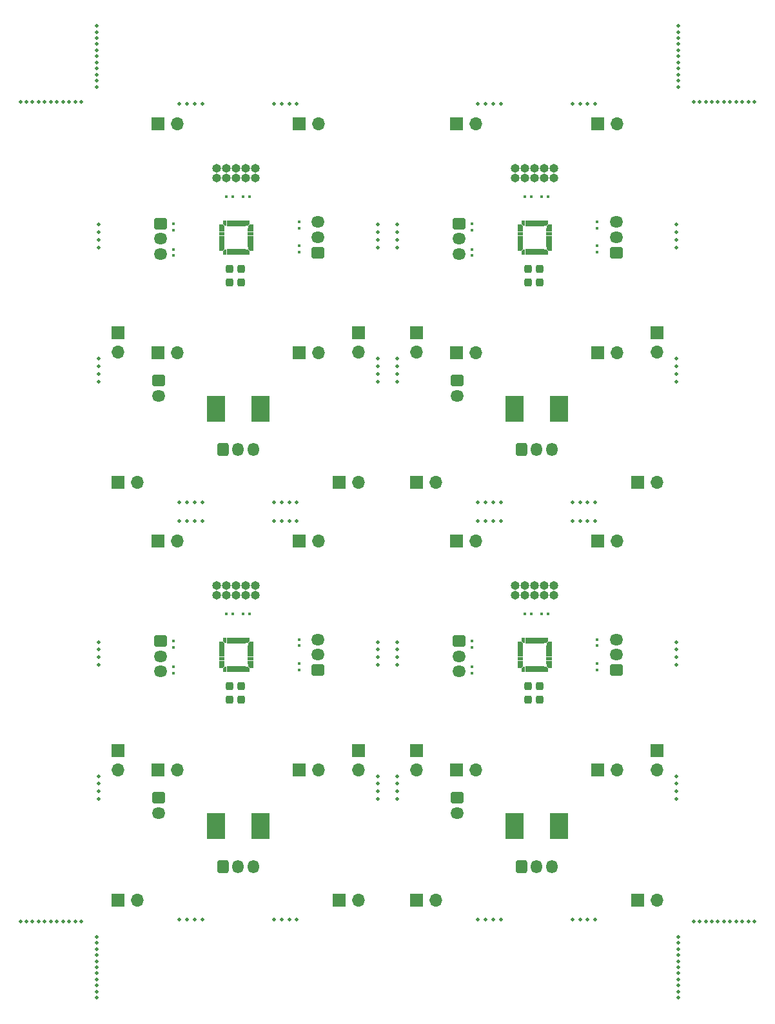
<source format=gbr>
%TF.GenerationSoftware,KiCad,Pcbnew,9.0.1*%
%TF.CreationDate,2025-05-14T16:36:13-05:00*%
%TF.ProjectId,Bottom_layer_Panel,426f7474-6f6d-45f6-9c61-7965725f5061,rev?*%
%TF.SameCoordinates,PX5fa74e0PY8cc3280*%
%TF.FileFunction,Soldermask,Bot*%
%TF.FilePolarity,Negative*%
%FSLAX46Y46*%
G04 Gerber Fmt 4.6, Leading zero omitted, Abs format (unit mm)*
G04 Created by KiCad (PCBNEW 9.0.1) date 2025-05-14 16:36:13*
%MOMM*%
%LPD*%
G01*
G04 APERTURE LIST*
G04 Aperture macros list*
%AMRoundRect*
0 Rectangle with rounded corners*
0 $1 Rounding radius*
0 $2 $3 $4 $5 $6 $7 $8 $9 X,Y pos of 4 corners*
0 Add a 4 corners polygon primitive as box body*
4,1,4,$2,$3,$4,$5,$6,$7,$8,$9,$2,$3,0*
0 Add four circle primitives for the rounded corners*
1,1,$1+$1,$2,$3*
1,1,$1+$1,$4,$5*
1,1,$1+$1,$6,$7*
1,1,$1+$1,$8,$9*
0 Add four rect primitives between the rounded corners*
20,1,$1+$1,$2,$3,$4,$5,0*
20,1,$1+$1,$4,$5,$6,$7,0*
20,1,$1+$1,$6,$7,$8,$9,0*
20,1,$1+$1,$8,$9,$2,$3,0*%
G04 Aperture macros list end*
%ADD10C,0.010000*%
%ADD11C,0.500000*%
%ADD12RoundRect,0.312500X-0.562500X0.437500X-0.562500X-0.437500X0.562500X-0.437500X0.562500X0.437500X0*%
%ADD13O,1.750000X1.500000*%
%ADD14R,1.700000X1.700000*%
%ADD15O,1.700000X1.700000*%
%ADD16RoundRect,0.312500X0.562500X-0.437500X0.562500X0.437500X-0.562500X0.437500X-0.562500X-0.437500X0*%
%ADD17RoundRect,0.312500X-0.437500X-0.562500X0.437500X-0.562500X0.437500X0.562500X-0.437500X0.562500X0*%
%ADD18O,1.500000X1.750000*%
%ADD19R,0.400000X0.400000*%
%ADD20O,1.150000X1.150000*%
%ADD21R,2.413000X3.429000*%
%ADD22RoundRect,0.237500X-0.237500X0.300000X-0.237500X-0.300000X0.237500X-0.300000X0.237500X0.300000X0*%
G04 APERTURE END LIST*
D10*
%TO.C,U5*%
X26738135Y45348425D02*
X26088425Y45348425D01*
X26088425Y45751865D01*
X26738135Y45751865D01*
X26738135Y45348425D01*
G36*
X26738135Y45348425D02*
G01*
X26088425Y45348425D01*
X26088425Y45751865D01*
X26738135Y45751865D01*
X26738135Y45348425D01*
G37*
X26739416Y44348643D02*
X26088643Y44348643D01*
X26088643Y44750583D01*
X26739416Y44750583D01*
X26739416Y44348643D01*
G36*
X26739416Y44348643D02*
G01*
X26088643Y44348643D01*
X26088643Y44750583D01*
X26739416Y44750583D01*
X26739416Y44348643D01*
G37*
X26737786Y45848874D02*
X26088873Y45848874D01*
X26088873Y46252214D01*
X26737786Y46252214D01*
X26737786Y45848874D01*
G36*
X26737786Y45848874D02*
G01*
X26088873Y45848874D01*
X26088873Y46252214D01*
X26737786Y46252214D01*
X26737786Y45848874D01*
G37*
X26739770Y43848950D02*
X26088950Y43848950D01*
X26088950Y44250230D01*
X26739770Y44250230D01*
X26739770Y43848950D01*
G36*
X26739770Y43848950D02*
G01*
X26088950Y43848950D01*
X26088950Y44250230D01*
X26739770Y44250230D01*
X26739770Y43848950D01*
G37*
X26739620Y44849479D02*
X26089479Y44849479D01*
X26089479Y45250380D01*
X26739620Y45250380D01*
X26739620Y44849479D01*
G36*
X26739620Y44849479D02*
G01*
X26089479Y44849479D01*
X26089479Y45250380D01*
X26739620Y45250380D01*
X26739620Y44849479D01*
G37*
X26489165Y46349785D02*
X26089785Y46349785D01*
X26089785Y46750835D01*
X26489165Y46750835D01*
X26489165Y46349785D01*
G36*
X26489165Y46349785D02*
G01*
X26089785Y46349785D01*
X26089785Y46750835D01*
X26489165Y46750835D01*
X26489165Y46349785D01*
G37*
X26489930Y43349450D02*
X26089450Y43349450D01*
X26089450Y43750070D01*
X26489930Y43750070D01*
X26489930Y43349450D01*
G36*
X26489930Y43349450D02*
G01*
X26089450Y43349450D01*
X26089450Y43750070D01*
X26489930Y43750070D01*
X26489930Y43349450D01*
G37*
X26990000Y46852050D02*
X26588060Y46852050D01*
X26588060Y47250000D01*
X26990000Y47250000D01*
X26990000Y46852050D01*
G36*
X26990000Y46852050D02*
G01*
X26588060Y46852050D01*
X26588060Y47250000D01*
X26990000Y47250000D01*
X26990000Y46852050D01*
G37*
X26990000Y42846080D02*
X26586970Y42846080D01*
X26586970Y43250000D01*
X26990000Y43250000D01*
X26990000Y42846080D01*
G36*
X26990000Y42846080D02*
G01*
X26586970Y42846080D01*
X26586970Y43250000D01*
X26990000Y43250000D01*
X26990000Y42846080D01*
G37*
X27490000Y46600110D02*
X27089920Y46600110D01*
X27089920Y47250000D01*
X27490000Y47250000D01*
X27490000Y46600110D01*
G36*
X27490000Y46600110D02*
G01*
X27089920Y46600110D01*
X27089920Y47250000D01*
X27490000Y47250000D01*
X27490000Y46600110D01*
G37*
X27490000Y42847600D02*
X27088690Y42847600D01*
X27088690Y43500000D01*
X27490000Y43500000D01*
X27490000Y42847600D01*
G36*
X27490000Y42847600D02*
G01*
X27088690Y42847600D01*
X27088690Y43500000D01*
X27490000Y43500000D01*
X27490000Y42847600D01*
G37*
X27990000Y46601040D02*
X27589531Y46601040D01*
X27589531Y47250000D01*
X27990000Y47250000D01*
X27990000Y46601040D01*
G36*
X27990000Y46601040D02*
G01*
X27589531Y46601040D01*
X27589531Y47250000D01*
X27990000Y47250000D01*
X27990000Y46601040D01*
G37*
X27990000Y42849880D02*
X27589962Y42849880D01*
X27589962Y43500000D01*
X27990000Y43500000D01*
X27990000Y42849880D01*
G36*
X27990000Y42849880D02*
G01*
X27589962Y42849880D01*
X27589962Y43500000D01*
X27990000Y43500000D01*
X27990000Y42849880D01*
G37*
X28490000Y46602720D02*
X28089649Y46602720D01*
X28089649Y47250000D01*
X28490000Y47250000D01*
X28490000Y46602720D01*
G36*
X28490000Y46602720D02*
G01*
X28089649Y46602720D01*
X28089649Y47250000D01*
X28490000Y47250000D01*
X28490000Y46602720D01*
G37*
X28490000Y42849050D02*
X28089914Y42849050D01*
X28089914Y43500000D01*
X28490000Y43500000D01*
X28490000Y42849050D01*
G36*
X28490000Y42849050D02*
G01*
X28089914Y42849050D01*
X28089914Y43500000D01*
X28490000Y43500000D01*
X28490000Y42849050D01*
G37*
X28990000Y46600440D02*
X28590085Y46600440D01*
X28590085Y47250000D01*
X28990000Y47250000D01*
X28990000Y46600440D01*
G36*
X28990000Y46600440D02*
G01*
X28590085Y46600440D01*
X28590085Y47250000D01*
X28990000Y47250000D01*
X28990000Y46600440D01*
G37*
X28990000Y42848060D02*
X28590265Y42848060D01*
X28590265Y43500000D01*
X28990000Y43500000D01*
X28990000Y42848060D01*
G36*
X28990000Y42848060D02*
G01*
X28590265Y42848060D01*
X28590265Y43500000D01*
X28990000Y43500000D01*
X28990000Y42848060D01*
G37*
X29490000Y46600010D02*
X29090003Y46600010D01*
X29090003Y47250000D01*
X29490000Y47250000D01*
X29490000Y46600010D01*
G36*
X29490000Y46600010D02*
G01*
X29090003Y46600010D01*
X29090003Y47250000D01*
X29490000Y47250000D01*
X29490000Y46600010D01*
G37*
X29490000Y42848870D02*
X29090412Y42848870D01*
X29090412Y43500000D01*
X29490000Y43500000D01*
X29490000Y42848870D01*
G36*
X29490000Y42848870D02*
G01*
X29090412Y42848870D01*
X29090412Y43500000D01*
X29490000Y43500000D01*
X29490000Y42848870D01*
G37*
X29990000Y46852500D02*
X29591810Y46852500D01*
X29591810Y47250000D01*
X29990000Y47250000D01*
X29990000Y46852500D01*
G36*
X29990000Y46852500D02*
G01*
X29591810Y46852500D01*
X29591810Y47250000D01*
X29990000Y47250000D01*
X29990000Y46852500D01*
G37*
X30492355Y43850275D02*
X29840275Y43850275D01*
X29840275Y44247645D01*
X30492355Y44247645D01*
X30492355Y43850275D01*
G36*
X30492355Y43850275D02*
G01*
X29840275Y43850275D01*
X29840275Y44247645D01*
X30492355Y44247645D01*
X30492355Y43850275D01*
G37*
X30491069Y44850721D02*
X29840721Y44850721D01*
X29840721Y45248931D01*
X30491069Y45248931D01*
X30491069Y44850721D01*
G36*
X30491069Y44850721D02*
G01*
X29840721Y44850721D01*
X29840721Y45248931D01*
X30491069Y45248931D01*
X30491069Y44850721D01*
G37*
X30492194Y44350746D02*
X29840747Y44350746D01*
X29840747Y44747806D01*
X30492194Y44747806D01*
X30492194Y44350746D01*
G36*
X30492194Y44350746D02*
G01*
X29840747Y44350746D01*
X29840747Y44747806D01*
X30492194Y44747806D01*
X30492194Y44350746D01*
G37*
X30490431Y45851009D02*
X29841009Y45851009D01*
X29841009Y46249569D01*
X30490431Y46249569D01*
X30490431Y45851009D01*
G36*
X30490431Y45851009D02*
G01*
X29841009Y45851009D01*
X29841009Y46249569D01*
X30490431Y46249569D01*
X30490431Y45851009D01*
G37*
X30491061Y45351309D02*
X29841309Y45351309D01*
X29841309Y45748939D01*
X30491061Y45748939D01*
X30491061Y45351309D01*
G36*
X30491061Y45351309D02*
G01*
X29841309Y45351309D01*
X29841309Y45748939D01*
X30491061Y45748939D01*
X30491061Y45351309D01*
G37*
X29990000Y42849060D02*
X29590560Y42849060D01*
X29590560Y43250000D01*
X29990000Y43250000D01*
X29990000Y42849060D01*
G36*
X29990000Y42849060D02*
G01*
X29590560Y42849060D01*
X29590560Y43250000D01*
X29990000Y43250000D01*
X29990000Y42849060D01*
G37*
X30490195Y43350005D02*
X30090005Y43350005D01*
X30090005Y43749805D01*
X30490195Y43749805D01*
X30490195Y43350005D01*
G36*
X30490195Y43350005D02*
G01*
X30090005Y43350005D01*
X30090005Y43749805D01*
X30490195Y43749805D01*
X30490195Y43350005D01*
G37*
X30490105Y46350645D02*
X30090645Y46350645D01*
X30090645Y46749895D01*
X30490105Y46749895D01*
X30490105Y46350645D01*
G36*
X30490105Y46350645D02*
G01*
X30090645Y46350645D01*
X30090645Y46749895D01*
X30490105Y46749895D01*
X30490105Y46350645D01*
G37*
X26690000Y43525000D02*
X26515000Y43350000D01*
X26490000Y43350000D01*
X26490000Y43750000D01*
X26690000Y43750000D01*
X26690000Y43525000D01*
G36*
X26690000Y43525000D02*
G01*
X26515000Y43350000D01*
X26490000Y43350000D01*
X26490000Y43750000D01*
X26690000Y43750000D01*
X26690000Y43525000D01*
G37*
X26690000Y46575000D02*
X26690000Y46350000D01*
X26490000Y46350000D01*
X26490000Y46750000D01*
X26515000Y46750000D01*
X26690000Y46575000D01*
G36*
X26690000Y46575000D02*
G01*
X26690000Y46350000D01*
X26490000Y46350000D01*
X26490000Y46750000D01*
X26515000Y46750000D01*
X26690000Y46575000D01*
G37*
X26990000Y46650000D02*
X26765000Y46650000D01*
X26590000Y46825000D01*
X26590000Y46850000D01*
X26990000Y46850000D01*
X26990000Y46650000D01*
G36*
X26990000Y46650000D02*
G01*
X26765000Y46650000D01*
X26590000Y46825000D01*
X26590000Y46850000D01*
X26990000Y46850000D01*
X26990000Y46650000D01*
G37*
X26990000Y43250000D02*
X26590000Y43250000D01*
X26590000Y43275000D01*
X26765000Y43450000D01*
X26990000Y43450000D01*
X26990000Y43250000D01*
G36*
X26990000Y43250000D02*
G01*
X26590000Y43250000D01*
X26590000Y43275000D01*
X26765000Y43450000D01*
X26990000Y43450000D01*
X26990000Y43250000D01*
G37*
X29990000Y46825000D02*
X29815000Y46650000D01*
X29590000Y46650000D01*
X29590000Y46850000D01*
X29990000Y46850000D01*
X29990000Y46825000D01*
G36*
X29990000Y46825000D02*
G01*
X29815000Y46650000D01*
X29590000Y46650000D01*
X29590000Y46850000D01*
X29990000Y46850000D01*
X29990000Y46825000D01*
G37*
X29990000Y43275000D02*
X29990000Y43250000D01*
X29590000Y43250000D01*
X29590000Y43450000D01*
X29815000Y43450000D01*
X29990000Y43275000D01*
G36*
X29990000Y43275000D02*
G01*
X29990000Y43250000D01*
X29590000Y43250000D01*
X29590000Y43450000D01*
X29815000Y43450000D01*
X29990000Y43275000D01*
G37*
X30090000Y43350000D02*
X30065000Y43350000D01*
X29890000Y43525000D01*
X29890000Y43750000D01*
X30090000Y43750000D01*
X30090000Y43350000D01*
G36*
X30090000Y43350000D02*
G01*
X30065000Y43350000D01*
X29890000Y43525000D01*
X29890000Y43750000D01*
X30090000Y43750000D01*
X30090000Y43350000D01*
G37*
X30090000Y46350000D02*
X29890000Y46350000D01*
X29890000Y46575000D01*
X30065000Y46750000D01*
X30090000Y46750000D01*
X30090000Y46350000D01*
G36*
X30090000Y46350000D02*
G01*
X29890000Y46350000D01*
X29890000Y46575000D01*
X30065000Y46750000D01*
X30090000Y46750000D01*
X30090000Y46350000D01*
G37*
X26738135Y100148425D02*
X26088425Y100148425D01*
X26088425Y100551865D01*
X26738135Y100551865D01*
X26738135Y100148425D01*
G36*
X26738135Y100148425D02*
G01*
X26088425Y100148425D01*
X26088425Y100551865D01*
X26738135Y100551865D01*
X26738135Y100148425D01*
G37*
X26739416Y99148643D02*
X26088643Y99148643D01*
X26088643Y99550583D01*
X26739416Y99550583D01*
X26739416Y99148643D01*
G36*
X26739416Y99148643D02*
G01*
X26088643Y99148643D01*
X26088643Y99550583D01*
X26739416Y99550583D01*
X26739416Y99148643D01*
G37*
X26737786Y100648874D02*
X26088873Y100648874D01*
X26088873Y101052214D01*
X26737786Y101052214D01*
X26737786Y100648874D01*
G36*
X26737786Y100648874D02*
G01*
X26088873Y100648874D01*
X26088873Y101052214D01*
X26737786Y101052214D01*
X26737786Y100648874D01*
G37*
X26739770Y98648950D02*
X26088950Y98648950D01*
X26088950Y99050230D01*
X26739770Y99050230D01*
X26739770Y98648950D01*
G36*
X26739770Y98648950D02*
G01*
X26088950Y98648950D01*
X26088950Y99050230D01*
X26739770Y99050230D01*
X26739770Y98648950D01*
G37*
X26739620Y99649479D02*
X26089479Y99649479D01*
X26089479Y100050380D01*
X26739620Y100050380D01*
X26739620Y99649479D01*
G36*
X26739620Y99649479D02*
G01*
X26089479Y99649479D01*
X26089479Y100050380D01*
X26739620Y100050380D01*
X26739620Y99649479D01*
G37*
X26489165Y101149785D02*
X26089785Y101149785D01*
X26089785Y101550835D01*
X26489165Y101550835D01*
X26489165Y101149785D01*
G36*
X26489165Y101149785D02*
G01*
X26089785Y101149785D01*
X26089785Y101550835D01*
X26489165Y101550835D01*
X26489165Y101149785D01*
G37*
X26489930Y98149450D02*
X26089450Y98149450D01*
X26089450Y98550070D01*
X26489930Y98550070D01*
X26489930Y98149450D01*
G36*
X26489930Y98149450D02*
G01*
X26089450Y98149450D01*
X26089450Y98550070D01*
X26489930Y98550070D01*
X26489930Y98149450D01*
G37*
X26990000Y101652050D02*
X26588060Y101652050D01*
X26588060Y102050000D01*
X26990000Y102050000D01*
X26990000Y101652050D01*
G36*
X26990000Y101652050D02*
G01*
X26588060Y101652050D01*
X26588060Y102050000D01*
X26990000Y102050000D01*
X26990000Y101652050D01*
G37*
X26990000Y97646080D02*
X26586970Y97646080D01*
X26586970Y98050000D01*
X26990000Y98050000D01*
X26990000Y97646080D01*
G36*
X26990000Y97646080D02*
G01*
X26586970Y97646080D01*
X26586970Y98050000D01*
X26990000Y98050000D01*
X26990000Y97646080D01*
G37*
X27490000Y101400110D02*
X27089920Y101400110D01*
X27089920Y102050000D01*
X27490000Y102050000D01*
X27490000Y101400110D01*
G36*
X27490000Y101400110D02*
G01*
X27089920Y101400110D01*
X27089920Y102050000D01*
X27490000Y102050000D01*
X27490000Y101400110D01*
G37*
X27490000Y97647600D02*
X27088690Y97647600D01*
X27088690Y98300000D01*
X27490000Y98300000D01*
X27490000Y97647600D01*
G36*
X27490000Y97647600D02*
G01*
X27088690Y97647600D01*
X27088690Y98300000D01*
X27490000Y98300000D01*
X27490000Y97647600D01*
G37*
X27990000Y101401040D02*
X27589531Y101401040D01*
X27589531Y102050000D01*
X27990000Y102050000D01*
X27990000Y101401040D01*
G36*
X27990000Y101401040D02*
G01*
X27589531Y101401040D01*
X27589531Y102050000D01*
X27990000Y102050000D01*
X27990000Y101401040D01*
G37*
X27990000Y97649880D02*
X27589962Y97649880D01*
X27589962Y98300000D01*
X27990000Y98300000D01*
X27990000Y97649880D01*
G36*
X27990000Y97649880D02*
G01*
X27589962Y97649880D01*
X27589962Y98300000D01*
X27990000Y98300000D01*
X27990000Y97649880D01*
G37*
X28490000Y101402720D02*
X28089649Y101402720D01*
X28089649Y102050000D01*
X28490000Y102050000D01*
X28490000Y101402720D01*
G36*
X28490000Y101402720D02*
G01*
X28089649Y101402720D01*
X28089649Y102050000D01*
X28490000Y102050000D01*
X28490000Y101402720D01*
G37*
X28490000Y97649050D02*
X28089914Y97649050D01*
X28089914Y98300000D01*
X28490000Y98300000D01*
X28490000Y97649050D01*
G36*
X28490000Y97649050D02*
G01*
X28089914Y97649050D01*
X28089914Y98300000D01*
X28490000Y98300000D01*
X28490000Y97649050D01*
G37*
X28990000Y101400440D02*
X28590085Y101400440D01*
X28590085Y102050000D01*
X28990000Y102050000D01*
X28990000Y101400440D01*
G36*
X28990000Y101400440D02*
G01*
X28590085Y101400440D01*
X28590085Y102050000D01*
X28990000Y102050000D01*
X28990000Y101400440D01*
G37*
X28990000Y97648060D02*
X28590265Y97648060D01*
X28590265Y98300000D01*
X28990000Y98300000D01*
X28990000Y97648060D01*
G36*
X28990000Y97648060D02*
G01*
X28590265Y97648060D01*
X28590265Y98300000D01*
X28990000Y98300000D01*
X28990000Y97648060D01*
G37*
X29490000Y101400010D02*
X29090003Y101400010D01*
X29090003Y102050000D01*
X29490000Y102050000D01*
X29490000Y101400010D01*
G36*
X29490000Y101400010D02*
G01*
X29090003Y101400010D01*
X29090003Y102050000D01*
X29490000Y102050000D01*
X29490000Y101400010D01*
G37*
X29490000Y97648870D02*
X29090412Y97648870D01*
X29090412Y98300000D01*
X29490000Y98300000D01*
X29490000Y97648870D01*
G36*
X29490000Y97648870D02*
G01*
X29090412Y97648870D01*
X29090412Y98300000D01*
X29490000Y98300000D01*
X29490000Y97648870D01*
G37*
X29990000Y101652500D02*
X29591810Y101652500D01*
X29591810Y102050000D01*
X29990000Y102050000D01*
X29990000Y101652500D01*
G36*
X29990000Y101652500D02*
G01*
X29591810Y101652500D01*
X29591810Y102050000D01*
X29990000Y102050000D01*
X29990000Y101652500D01*
G37*
X30492355Y98650275D02*
X29840275Y98650275D01*
X29840275Y99047645D01*
X30492355Y99047645D01*
X30492355Y98650275D01*
G36*
X30492355Y98650275D02*
G01*
X29840275Y98650275D01*
X29840275Y99047645D01*
X30492355Y99047645D01*
X30492355Y98650275D01*
G37*
X30491069Y99650721D02*
X29840721Y99650721D01*
X29840721Y100048931D01*
X30491069Y100048931D01*
X30491069Y99650721D01*
G36*
X30491069Y99650721D02*
G01*
X29840721Y99650721D01*
X29840721Y100048931D01*
X30491069Y100048931D01*
X30491069Y99650721D01*
G37*
X30492194Y99150746D02*
X29840747Y99150746D01*
X29840747Y99547806D01*
X30492194Y99547806D01*
X30492194Y99150746D01*
G36*
X30492194Y99150746D02*
G01*
X29840747Y99150746D01*
X29840747Y99547806D01*
X30492194Y99547806D01*
X30492194Y99150746D01*
G37*
X30490431Y100651009D02*
X29841009Y100651009D01*
X29841009Y101049569D01*
X30490431Y101049569D01*
X30490431Y100651009D01*
G36*
X30490431Y100651009D02*
G01*
X29841009Y100651009D01*
X29841009Y101049569D01*
X30490431Y101049569D01*
X30490431Y100651009D01*
G37*
X30491061Y100151309D02*
X29841309Y100151309D01*
X29841309Y100548939D01*
X30491061Y100548939D01*
X30491061Y100151309D01*
G36*
X30491061Y100151309D02*
G01*
X29841309Y100151309D01*
X29841309Y100548939D01*
X30491061Y100548939D01*
X30491061Y100151309D01*
G37*
X29990000Y97649060D02*
X29590560Y97649060D01*
X29590560Y98050000D01*
X29990000Y98050000D01*
X29990000Y97649060D01*
G36*
X29990000Y97649060D02*
G01*
X29590560Y97649060D01*
X29590560Y98050000D01*
X29990000Y98050000D01*
X29990000Y97649060D01*
G37*
X30490195Y98150005D02*
X30090005Y98150005D01*
X30090005Y98549805D01*
X30490195Y98549805D01*
X30490195Y98150005D01*
G36*
X30490195Y98150005D02*
G01*
X30090005Y98150005D01*
X30090005Y98549805D01*
X30490195Y98549805D01*
X30490195Y98150005D01*
G37*
X30490105Y101150645D02*
X30090645Y101150645D01*
X30090645Y101549895D01*
X30490105Y101549895D01*
X30490105Y101150645D01*
G36*
X30490105Y101150645D02*
G01*
X30090645Y101150645D01*
X30090645Y101549895D01*
X30490105Y101549895D01*
X30490105Y101150645D01*
G37*
X26690000Y98325000D02*
X26515000Y98150000D01*
X26490000Y98150000D01*
X26490000Y98550000D01*
X26690000Y98550000D01*
X26690000Y98325000D01*
G36*
X26690000Y98325000D02*
G01*
X26515000Y98150000D01*
X26490000Y98150000D01*
X26490000Y98550000D01*
X26690000Y98550000D01*
X26690000Y98325000D01*
G37*
X26690000Y101375000D02*
X26690000Y101150000D01*
X26490000Y101150000D01*
X26490000Y101550000D01*
X26515000Y101550000D01*
X26690000Y101375000D01*
G36*
X26690000Y101375000D02*
G01*
X26690000Y101150000D01*
X26490000Y101150000D01*
X26490000Y101550000D01*
X26515000Y101550000D01*
X26690000Y101375000D01*
G37*
X26990000Y101450000D02*
X26765000Y101450000D01*
X26590000Y101625000D01*
X26590000Y101650000D01*
X26990000Y101650000D01*
X26990000Y101450000D01*
G36*
X26990000Y101450000D02*
G01*
X26765000Y101450000D01*
X26590000Y101625000D01*
X26590000Y101650000D01*
X26990000Y101650000D01*
X26990000Y101450000D01*
G37*
X26990000Y98050000D02*
X26590000Y98050000D01*
X26590000Y98075000D01*
X26765000Y98250000D01*
X26990000Y98250000D01*
X26990000Y98050000D01*
G36*
X26990000Y98050000D02*
G01*
X26590000Y98050000D01*
X26590000Y98075000D01*
X26765000Y98250000D01*
X26990000Y98250000D01*
X26990000Y98050000D01*
G37*
X29990000Y101625000D02*
X29815000Y101450000D01*
X29590000Y101450000D01*
X29590000Y101650000D01*
X29990000Y101650000D01*
X29990000Y101625000D01*
G36*
X29990000Y101625000D02*
G01*
X29815000Y101450000D01*
X29590000Y101450000D01*
X29590000Y101650000D01*
X29990000Y101650000D01*
X29990000Y101625000D01*
G37*
X29990000Y98075000D02*
X29990000Y98050000D01*
X29590000Y98050000D01*
X29590000Y98250000D01*
X29815000Y98250000D01*
X29990000Y98075000D01*
G36*
X29990000Y98075000D02*
G01*
X29990000Y98050000D01*
X29590000Y98050000D01*
X29590000Y98250000D01*
X29815000Y98250000D01*
X29990000Y98075000D01*
G37*
X30090000Y98150000D02*
X30065000Y98150000D01*
X29890000Y98325000D01*
X29890000Y98550000D01*
X30090000Y98550000D01*
X30090000Y98150000D01*
G36*
X30090000Y98150000D02*
G01*
X30065000Y98150000D01*
X29890000Y98325000D01*
X29890000Y98550000D01*
X30090000Y98550000D01*
X30090000Y98150000D01*
G37*
X30090000Y101150000D02*
X29890000Y101150000D01*
X29890000Y101375000D01*
X30065000Y101550000D01*
X30090000Y101550000D01*
X30090000Y101150000D01*
G36*
X30090000Y101150000D02*
G01*
X29890000Y101150000D01*
X29890000Y101375000D01*
X30065000Y101550000D01*
X30090000Y101550000D01*
X30090000Y101150000D01*
G37*
X65938135Y100148425D02*
X65288425Y100148425D01*
X65288425Y100551865D01*
X65938135Y100551865D01*
X65938135Y100148425D01*
G36*
X65938135Y100148425D02*
G01*
X65288425Y100148425D01*
X65288425Y100551865D01*
X65938135Y100551865D01*
X65938135Y100148425D01*
G37*
X65939416Y99148643D02*
X65288643Y99148643D01*
X65288643Y99550583D01*
X65939416Y99550583D01*
X65939416Y99148643D01*
G36*
X65939416Y99148643D02*
G01*
X65288643Y99148643D01*
X65288643Y99550583D01*
X65939416Y99550583D01*
X65939416Y99148643D01*
G37*
X65937786Y100648874D02*
X65288873Y100648874D01*
X65288873Y101052214D01*
X65937786Y101052214D01*
X65937786Y100648874D01*
G36*
X65937786Y100648874D02*
G01*
X65288873Y100648874D01*
X65288873Y101052214D01*
X65937786Y101052214D01*
X65937786Y100648874D01*
G37*
X65939770Y98648950D02*
X65288950Y98648950D01*
X65288950Y99050230D01*
X65939770Y99050230D01*
X65939770Y98648950D01*
G36*
X65939770Y98648950D02*
G01*
X65288950Y98648950D01*
X65288950Y99050230D01*
X65939770Y99050230D01*
X65939770Y98648950D01*
G37*
X65939620Y99649479D02*
X65289479Y99649479D01*
X65289479Y100050380D01*
X65939620Y100050380D01*
X65939620Y99649479D01*
G36*
X65939620Y99649479D02*
G01*
X65289479Y99649479D01*
X65289479Y100050380D01*
X65939620Y100050380D01*
X65939620Y99649479D01*
G37*
X65689165Y101149785D02*
X65289785Y101149785D01*
X65289785Y101550835D01*
X65689165Y101550835D01*
X65689165Y101149785D01*
G36*
X65689165Y101149785D02*
G01*
X65289785Y101149785D01*
X65289785Y101550835D01*
X65689165Y101550835D01*
X65689165Y101149785D01*
G37*
X65689930Y98149450D02*
X65289450Y98149450D01*
X65289450Y98550070D01*
X65689930Y98550070D01*
X65689930Y98149450D01*
G36*
X65689930Y98149450D02*
G01*
X65289450Y98149450D01*
X65289450Y98550070D01*
X65689930Y98550070D01*
X65689930Y98149450D01*
G37*
X66190000Y101652050D02*
X65788060Y101652050D01*
X65788060Y102050000D01*
X66190000Y102050000D01*
X66190000Y101652050D01*
G36*
X66190000Y101652050D02*
G01*
X65788060Y101652050D01*
X65788060Y102050000D01*
X66190000Y102050000D01*
X66190000Y101652050D01*
G37*
X66190000Y97646080D02*
X65786970Y97646080D01*
X65786970Y98050000D01*
X66190000Y98050000D01*
X66190000Y97646080D01*
G36*
X66190000Y97646080D02*
G01*
X65786970Y97646080D01*
X65786970Y98050000D01*
X66190000Y98050000D01*
X66190000Y97646080D01*
G37*
X66690000Y101400110D02*
X66289920Y101400110D01*
X66289920Y102050000D01*
X66690000Y102050000D01*
X66690000Y101400110D01*
G36*
X66690000Y101400110D02*
G01*
X66289920Y101400110D01*
X66289920Y102050000D01*
X66690000Y102050000D01*
X66690000Y101400110D01*
G37*
X66690000Y97647600D02*
X66288690Y97647600D01*
X66288690Y98300000D01*
X66690000Y98300000D01*
X66690000Y97647600D01*
G36*
X66690000Y97647600D02*
G01*
X66288690Y97647600D01*
X66288690Y98300000D01*
X66690000Y98300000D01*
X66690000Y97647600D01*
G37*
X67190000Y101401040D02*
X66789531Y101401040D01*
X66789531Y102050000D01*
X67190000Y102050000D01*
X67190000Y101401040D01*
G36*
X67190000Y101401040D02*
G01*
X66789531Y101401040D01*
X66789531Y102050000D01*
X67190000Y102050000D01*
X67190000Y101401040D01*
G37*
X67190000Y97649880D02*
X66789962Y97649880D01*
X66789962Y98300000D01*
X67190000Y98300000D01*
X67190000Y97649880D01*
G36*
X67190000Y97649880D02*
G01*
X66789962Y97649880D01*
X66789962Y98300000D01*
X67190000Y98300000D01*
X67190000Y97649880D01*
G37*
X67690000Y101402720D02*
X67289649Y101402720D01*
X67289649Y102050000D01*
X67690000Y102050000D01*
X67690000Y101402720D01*
G36*
X67690000Y101402720D02*
G01*
X67289649Y101402720D01*
X67289649Y102050000D01*
X67690000Y102050000D01*
X67690000Y101402720D01*
G37*
X67690000Y97649050D02*
X67289914Y97649050D01*
X67289914Y98300000D01*
X67690000Y98300000D01*
X67690000Y97649050D01*
G36*
X67690000Y97649050D02*
G01*
X67289914Y97649050D01*
X67289914Y98300000D01*
X67690000Y98300000D01*
X67690000Y97649050D01*
G37*
X68190000Y101400440D02*
X67790085Y101400440D01*
X67790085Y102050000D01*
X68190000Y102050000D01*
X68190000Y101400440D01*
G36*
X68190000Y101400440D02*
G01*
X67790085Y101400440D01*
X67790085Y102050000D01*
X68190000Y102050000D01*
X68190000Y101400440D01*
G37*
X68190000Y97648060D02*
X67790265Y97648060D01*
X67790265Y98300000D01*
X68190000Y98300000D01*
X68190000Y97648060D01*
G36*
X68190000Y97648060D02*
G01*
X67790265Y97648060D01*
X67790265Y98300000D01*
X68190000Y98300000D01*
X68190000Y97648060D01*
G37*
X68690000Y101400010D02*
X68290003Y101400010D01*
X68290003Y102050000D01*
X68690000Y102050000D01*
X68690000Y101400010D01*
G36*
X68690000Y101400010D02*
G01*
X68290003Y101400010D01*
X68290003Y102050000D01*
X68690000Y102050000D01*
X68690000Y101400010D01*
G37*
X68690000Y97648870D02*
X68290412Y97648870D01*
X68290412Y98300000D01*
X68690000Y98300000D01*
X68690000Y97648870D01*
G36*
X68690000Y97648870D02*
G01*
X68290412Y97648870D01*
X68290412Y98300000D01*
X68690000Y98300000D01*
X68690000Y97648870D01*
G37*
X69190000Y101652500D02*
X68791810Y101652500D01*
X68791810Y102050000D01*
X69190000Y102050000D01*
X69190000Y101652500D01*
G36*
X69190000Y101652500D02*
G01*
X68791810Y101652500D01*
X68791810Y102050000D01*
X69190000Y102050000D01*
X69190000Y101652500D01*
G37*
X69692355Y98650275D02*
X69040275Y98650275D01*
X69040275Y99047645D01*
X69692355Y99047645D01*
X69692355Y98650275D01*
G36*
X69692355Y98650275D02*
G01*
X69040275Y98650275D01*
X69040275Y99047645D01*
X69692355Y99047645D01*
X69692355Y98650275D01*
G37*
X69691069Y99650721D02*
X69040721Y99650721D01*
X69040721Y100048931D01*
X69691069Y100048931D01*
X69691069Y99650721D01*
G36*
X69691069Y99650721D02*
G01*
X69040721Y99650721D01*
X69040721Y100048931D01*
X69691069Y100048931D01*
X69691069Y99650721D01*
G37*
X69692194Y99150746D02*
X69040747Y99150746D01*
X69040747Y99547806D01*
X69692194Y99547806D01*
X69692194Y99150746D01*
G36*
X69692194Y99150746D02*
G01*
X69040747Y99150746D01*
X69040747Y99547806D01*
X69692194Y99547806D01*
X69692194Y99150746D01*
G37*
X69690431Y100651009D02*
X69041009Y100651009D01*
X69041009Y101049569D01*
X69690431Y101049569D01*
X69690431Y100651009D01*
G36*
X69690431Y100651009D02*
G01*
X69041009Y100651009D01*
X69041009Y101049569D01*
X69690431Y101049569D01*
X69690431Y100651009D01*
G37*
X69691061Y100151309D02*
X69041309Y100151309D01*
X69041309Y100548939D01*
X69691061Y100548939D01*
X69691061Y100151309D01*
G36*
X69691061Y100151309D02*
G01*
X69041309Y100151309D01*
X69041309Y100548939D01*
X69691061Y100548939D01*
X69691061Y100151309D01*
G37*
X69190000Y97649060D02*
X68790560Y97649060D01*
X68790560Y98050000D01*
X69190000Y98050000D01*
X69190000Y97649060D01*
G36*
X69190000Y97649060D02*
G01*
X68790560Y97649060D01*
X68790560Y98050000D01*
X69190000Y98050000D01*
X69190000Y97649060D01*
G37*
X69690195Y98150005D02*
X69290005Y98150005D01*
X69290005Y98549805D01*
X69690195Y98549805D01*
X69690195Y98150005D01*
G36*
X69690195Y98150005D02*
G01*
X69290005Y98150005D01*
X69290005Y98549805D01*
X69690195Y98549805D01*
X69690195Y98150005D01*
G37*
X69690105Y101150645D02*
X69290645Y101150645D01*
X69290645Y101549895D01*
X69690105Y101549895D01*
X69690105Y101150645D01*
G36*
X69690105Y101150645D02*
G01*
X69290645Y101150645D01*
X69290645Y101549895D01*
X69690105Y101549895D01*
X69690105Y101150645D01*
G37*
X65890000Y98325000D02*
X65715000Y98150000D01*
X65690000Y98150000D01*
X65690000Y98550000D01*
X65890000Y98550000D01*
X65890000Y98325000D01*
G36*
X65890000Y98325000D02*
G01*
X65715000Y98150000D01*
X65690000Y98150000D01*
X65690000Y98550000D01*
X65890000Y98550000D01*
X65890000Y98325000D01*
G37*
X65890000Y101375000D02*
X65890000Y101150000D01*
X65690000Y101150000D01*
X65690000Y101550000D01*
X65715000Y101550000D01*
X65890000Y101375000D01*
G36*
X65890000Y101375000D02*
G01*
X65890000Y101150000D01*
X65690000Y101150000D01*
X65690000Y101550000D01*
X65715000Y101550000D01*
X65890000Y101375000D01*
G37*
X66190000Y101450000D02*
X65965000Y101450000D01*
X65790000Y101625000D01*
X65790000Y101650000D01*
X66190000Y101650000D01*
X66190000Y101450000D01*
G36*
X66190000Y101450000D02*
G01*
X65965000Y101450000D01*
X65790000Y101625000D01*
X65790000Y101650000D01*
X66190000Y101650000D01*
X66190000Y101450000D01*
G37*
X66190000Y98050000D02*
X65790000Y98050000D01*
X65790000Y98075000D01*
X65965000Y98250000D01*
X66190000Y98250000D01*
X66190000Y98050000D01*
G36*
X66190000Y98050000D02*
G01*
X65790000Y98050000D01*
X65790000Y98075000D01*
X65965000Y98250000D01*
X66190000Y98250000D01*
X66190000Y98050000D01*
G37*
X69190000Y101625000D02*
X69015000Y101450000D01*
X68790000Y101450000D01*
X68790000Y101650000D01*
X69190000Y101650000D01*
X69190000Y101625000D01*
G36*
X69190000Y101625000D02*
G01*
X69015000Y101450000D01*
X68790000Y101450000D01*
X68790000Y101650000D01*
X69190000Y101650000D01*
X69190000Y101625000D01*
G37*
X69190000Y98075000D02*
X69190000Y98050000D01*
X68790000Y98050000D01*
X68790000Y98250000D01*
X69015000Y98250000D01*
X69190000Y98075000D01*
G36*
X69190000Y98075000D02*
G01*
X69190000Y98050000D01*
X68790000Y98050000D01*
X68790000Y98250000D01*
X69015000Y98250000D01*
X69190000Y98075000D01*
G37*
X69290000Y98150000D02*
X69265000Y98150000D01*
X69090000Y98325000D01*
X69090000Y98550000D01*
X69290000Y98550000D01*
X69290000Y98150000D01*
G36*
X69290000Y98150000D02*
G01*
X69265000Y98150000D01*
X69090000Y98325000D01*
X69090000Y98550000D01*
X69290000Y98550000D01*
X69290000Y98150000D01*
G37*
X69290000Y101150000D02*
X69090000Y101150000D01*
X69090000Y101375000D01*
X69265000Y101550000D01*
X69290000Y101550000D01*
X69290000Y101150000D01*
G36*
X69290000Y101150000D02*
G01*
X69090000Y101150000D01*
X69090000Y101375000D01*
X69265000Y101550000D01*
X69290000Y101550000D01*
X69290000Y101150000D01*
G37*
X65938135Y45348425D02*
X65288425Y45348425D01*
X65288425Y45751865D01*
X65938135Y45751865D01*
X65938135Y45348425D01*
G36*
X65938135Y45348425D02*
G01*
X65288425Y45348425D01*
X65288425Y45751865D01*
X65938135Y45751865D01*
X65938135Y45348425D01*
G37*
X65939416Y44348643D02*
X65288643Y44348643D01*
X65288643Y44750583D01*
X65939416Y44750583D01*
X65939416Y44348643D01*
G36*
X65939416Y44348643D02*
G01*
X65288643Y44348643D01*
X65288643Y44750583D01*
X65939416Y44750583D01*
X65939416Y44348643D01*
G37*
X65937786Y45848874D02*
X65288873Y45848874D01*
X65288873Y46252214D01*
X65937786Y46252214D01*
X65937786Y45848874D01*
G36*
X65937786Y45848874D02*
G01*
X65288873Y45848874D01*
X65288873Y46252214D01*
X65937786Y46252214D01*
X65937786Y45848874D01*
G37*
X65939770Y43848950D02*
X65288950Y43848950D01*
X65288950Y44250230D01*
X65939770Y44250230D01*
X65939770Y43848950D01*
G36*
X65939770Y43848950D02*
G01*
X65288950Y43848950D01*
X65288950Y44250230D01*
X65939770Y44250230D01*
X65939770Y43848950D01*
G37*
X65939620Y44849479D02*
X65289479Y44849479D01*
X65289479Y45250380D01*
X65939620Y45250380D01*
X65939620Y44849479D01*
G36*
X65939620Y44849479D02*
G01*
X65289479Y44849479D01*
X65289479Y45250380D01*
X65939620Y45250380D01*
X65939620Y44849479D01*
G37*
X65689165Y46349785D02*
X65289785Y46349785D01*
X65289785Y46750835D01*
X65689165Y46750835D01*
X65689165Y46349785D01*
G36*
X65689165Y46349785D02*
G01*
X65289785Y46349785D01*
X65289785Y46750835D01*
X65689165Y46750835D01*
X65689165Y46349785D01*
G37*
X65689930Y43349450D02*
X65289450Y43349450D01*
X65289450Y43750070D01*
X65689930Y43750070D01*
X65689930Y43349450D01*
G36*
X65689930Y43349450D02*
G01*
X65289450Y43349450D01*
X65289450Y43750070D01*
X65689930Y43750070D01*
X65689930Y43349450D01*
G37*
X66190000Y46852050D02*
X65788060Y46852050D01*
X65788060Y47250000D01*
X66190000Y47250000D01*
X66190000Y46852050D01*
G36*
X66190000Y46852050D02*
G01*
X65788060Y46852050D01*
X65788060Y47250000D01*
X66190000Y47250000D01*
X66190000Y46852050D01*
G37*
X66190000Y42846080D02*
X65786970Y42846080D01*
X65786970Y43250000D01*
X66190000Y43250000D01*
X66190000Y42846080D01*
G36*
X66190000Y42846080D02*
G01*
X65786970Y42846080D01*
X65786970Y43250000D01*
X66190000Y43250000D01*
X66190000Y42846080D01*
G37*
X66690000Y46600110D02*
X66289920Y46600110D01*
X66289920Y47250000D01*
X66690000Y47250000D01*
X66690000Y46600110D01*
G36*
X66690000Y46600110D02*
G01*
X66289920Y46600110D01*
X66289920Y47250000D01*
X66690000Y47250000D01*
X66690000Y46600110D01*
G37*
X66690000Y42847600D02*
X66288690Y42847600D01*
X66288690Y43500000D01*
X66690000Y43500000D01*
X66690000Y42847600D01*
G36*
X66690000Y42847600D02*
G01*
X66288690Y42847600D01*
X66288690Y43500000D01*
X66690000Y43500000D01*
X66690000Y42847600D01*
G37*
X67190000Y46601040D02*
X66789531Y46601040D01*
X66789531Y47250000D01*
X67190000Y47250000D01*
X67190000Y46601040D01*
G36*
X67190000Y46601040D02*
G01*
X66789531Y46601040D01*
X66789531Y47250000D01*
X67190000Y47250000D01*
X67190000Y46601040D01*
G37*
X67190000Y42849880D02*
X66789962Y42849880D01*
X66789962Y43500000D01*
X67190000Y43500000D01*
X67190000Y42849880D01*
G36*
X67190000Y42849880D02*
G01*
X66789962Y42849880D01*
X66789962Y43500000D01*
X67190000Y43500000D01*
X67190000Y42849880D01*
G37*
X67690000Y46602720D02*
X67289649Y46602720D01*
X67289649Y47250000D01*
X67690000Y47250000D01*
X67690000Y46602720D01*
G36*
X67690000Y46602720D02*
G01*
X67289649Y46602720D01*
X67289649Y47250000D01*
X67690000Y47250000D01*
X67690000Y46602720D01*
G37*
X67690000Y42849050D02*
X67289914Y42849050D01*
X67289914Y43500000D01*
X67690000Y43500000D01*
X67690000Y42849050D01*
G36*
X67690000Y42849050D02*
G01*
X67289914Y42849050D01*
X67289914Y43500000D01*
X67690000Y43500000D01*
X67690000Y42849050D01*
G37*
X68190000Y46600440D02*
X67790085Y46600440D01*
X67790085Y47250000D01*
X68190000Y47250000D01*
X68190000Y46600440D01*
G36*
X68190000Y46600440D02*
G01*
X67790085Y46600440D01*
X67790085Y47250000D01*
X68190000Y47250000D01*
X68190000Y46600440D01*
G37*
X68190000Y42848060D02*
X67790265Y42848060D01*
X67790265Y43500000D01*
X68190000Y43500000D01*
X68190000Y42848060D01*
G36*
X68190000Y42848060D02*
G01*
X67790265Y42848060D01*
X67790265Y43500000D01*
X68190000Y43500000D01*
X68190000Y42848060D01*
G37*
X68690000Y46600010D02*
X68290003Y46600010D01*
X68290003Y47250000D01*
X68690000Y47250000D01*
X68690000Y46600010D01*
G36*
X68690000Y46600010D02*
G01*
X68290003Y46600010D01*
X68290003Y47250000D01*
X68690000Y47250000D01*
X68690000Y46600010D01*
G37*
X68690000Y42848870D02*
X68290412Y42848870D01*
X68290412Y43500000D01*
X68690000Y43500000D01*
X68690000Y42848870D01*
G36*
X68690000Y42848870D02*
G01*
X68290412Y42848870D01*
X68290412Y43500000D01*
X68690000Y43500000D01*
X68690000Y42848870D01*
G37*
X69190000Y46852500D02*
X68791810Y46852500D01*
X68791810Y47250000D01*
X69190000Y47250000D01*
X69190000Y46852500D01*
G36*
X69190000Y46852500D02*
G01*
X68791810Y46852500D01*
X68791810Y47250000D01*
X69190000Y47250000D01*
X69190000Y46852500D01*
G37*
X69692355Y43850275D02*
X69040275Y43850275D01*
X69040275Y44247645D01*
X69692355Y44247645D01*
X69692355Y43850275D01*
G36*
X69692355Y43850275D02*
G01*
X69040275Y43850275D01*
X69040275Y44247645D01*
X69692355Y44247645D01*
X69692355Y43850275D01*
G37*
X69691069Y44850721D02*
X69040721Y44850721D01*
X69040721Y45248931D01*
X69691069Y45248931D01*
X69691069Y44850721D01*
G36*
X69691069Y44850721D02*
G01*
X69040721Y44850721D01*
X69040721Y45248931D01*
X69691069Y45248931D01*
X69691069Y44850721D01*
G37*
X69692194Y44350746D02*
X69040747Y44350746D01*
X69040747Y44747806D01*
X69692194Y44747806D01*
X69692194Y44350746D01*
G36*
X69692194Y44350746D02*
G01*
X69040747Y44350746D01*
X69040747Y44747806D01*
X69692194Y44747806D01*
X69692194Y44350746D01*
G37*
X69690431Y45851009D02*
X69041009Y45851009D01*
X69041009Y46249569D01*
X69690431Y46249569D01*
X69690431Y45851009D01*
G36*
X69690431Y45851009D02*
G01*
X69041009Y45851009D01*
X69041009Y46249569D01*
X69690431Y46249569D01*
X69690431Y45851009D01*
G37*
X69691061Y45351309D02*
X69041309Y45351309D01*
X69041309Y45748939D01*
X69691061Y45748939D01*
X69691061Y45351309D01*
G36*
X69691061Y45351309D02*
G01*
X69041309Y45351309D01*
X69041309Y45748939D01*
X69691061Y45748939D01*
X69691061Y45351309D01*
G37*
X69190000Y42849060D02*
X68790560Y42849060D01*
X68790560Y43250000D01*
X69190000Y43250000D01*
X69190000Y42849060D01*
G36*
X69190000Y42849060D02*
G01*
X68790560Y42849060D01*
X68790560Y43250000D01*
X69190000Y43250000D01*
X69190000Y42849060D01*
G37*
X69690195Y43350005D02*
X69290005Y43350005D01*
X69290005Y43749805D01*
X69690195Y43749805D01*
X69690195Y43350005D01*
G36*
X69690195Y43350005D02*
G01*
X69290005Y43350005D01*
X69290005Y43749805D01*
X69690195Y43749805D01*
X69690195Y43350005D01*
G37*
X69690105Y46350645D02*
X69290645Y46350645D01*
X69290645Y46749895D01*
X69690105Y46749895D01*
X69690105Y46350645D01*
G36*
X69690105Y46350645D02*
G01*
X69290645Y46350645D01*
X69290645Y46749895D01*
X69690105Y46749895D01*
X69690105Y46350645D01*
G37*
X65890000Y43525000D02*
X65715000Y43350000D01*
X65690000Y43350000D01*
X65690000Y43750000D01*
X65890000Y43750000D01*
X65890000Y43525000D01*
G36*
X65890000Y43525000D02*
G01*
X65715000Y43350000D01*
X65690000Y43350000D01*
X65690000Y43750000D01*
X65890000Y43750000D01*
X65890000Y43525000D01*
G37*
X65890000Y46575000D02*
X65890000Y46350000D01*
X65690000Y46350000D01*
X65690000Y46750000D01*
X65715000Y46750000D01*
X65890000Y46575000D01*
G36*
X65890000Y46575000D02*
G01*
X65890000Y46350000D01*
X65690000Y46350000D01*
X65690000Y46750000D01*
X65715000Y46750000D01*
X65890000Y46575000D01*
G37*
X66190000Y46650000D02*
X65965000Y46650000D01*
X65790000Y46825000D01*
X65790000Y46850000D01*
X66190000Y46850000D01*
X66190000Y46650000D01*
G36*
X66190000Y46650000D02*
G01*
X65965000Y46650000D01*
X65790000Y46825000D01*
X65790000Y46850000D01*
X66190000Y46850000D01*
X66190000Y46650000D01*
G37*
X66190000Y43250000D02*
X65790000Y43250000D01*
X65790000Y43275000D01*
X65965000Y43450000D01*
X66190000Y43450000D01*
X66190000Y43250000D01*
G36*
X66190000Y43250000D02*
G01*
X65790000Y43250000D01*
X65790000Y43275000D01*
X65965000Y43450000D01*
X66190000Y43450000D01*
X66190000Y43250000D01*
G37*
X69190000Y46825000D02*
X69015000Y46650000D01*
X68790000Y46650000D01*
X68790000Y46850000D01*
X69190000Y46850000D01*
X69190000Y46825000D01*
G36*
X69190000Y46825000D02*
G01*
X69015000Y46650000D01*
X68790000Y46650000D01*
X68790000Y46850000D01*
X69190000Y46850000D01*
X69190000Y46825000D01*
G37*
X69190000Y43275000D02*
X69190000Y43250000D01*
X68790000Y43250000D01*
X68790000Y43450000D01*
X69015000Y43450000D01*
X69190000Y43275000D01*
G36*
X69190000Y43275000D02*
G01*
X69190000Y43250000D01*
X68790000Y43250000D01*
X68790000Y43450000D01*
X69015000Y43450000D01*
X69190000Y43275000D01*
G37*
X69290000Y43350000D02*
X69265000Y43350000D01*
X69090000Y43525000D01*
X69090000Y43750000D01*
X69290000Y43750000D01*
X69290000Y43350000D01*
G36*
X69290000Y43350000D02*
G01*
X69265000Y43350000D01*
X69090000Y43525000D01*
X69090000Y43750000D01*
X69290000Y43750000D01*
X69290000Y43350000D01*
G37*
X69290000Y46350000D02*
X69090000Y46350000D01*
X69090000Y46575000D01*
X69265000Y46750000D01*
X69290000Y46750000D01*
X69290000Y46350000D01*
G36*
X69290000Y46350000D02*
G01*
X69090000Y46350000D01*
X69090000Y46575000D01*
X69265000Y46750000D01*
X69290000Y46750000D01*
X69290000Y46350000D01*
G37*
%TD*%
D11*
%TO.C,KiKit_MB_14_4*%
X75500000Y117350000D03*
%TD*%
%TO.C,KiKit_MB_19_2*%
X46950000Y45700000D03*
%TD*%
%TO.C,KiKit_MB_31_1*%
X63100000Y10250000D03*
%TD*%
%TO.C,KiKit_MB_35_6*%
X10000000Y4000000D03*
%TD*%
%TO.C,KiKit_MB_31_4*%
X60100000Y10250000D03*
%TD*%
D12*
%TO.C,J17*%
X18430000Y101640000D03*
D13*
X18430000Y99640000D03*
X18430000Y97640000D03*
%TD*%
D11*
%TO.C,KiKit_MB_26_1*%
X49450000Y26100000D03*
%TD*%
D12*
%TO.C,J21*%
X18150000Y81040000D03*
D13*
X18150000Y79040000D03*
%TD*%
D11*
%TO.C,KiKit_MB_9_2*%
X49450000Y99500000D03*
%TD*%
%TO.C,KiKit_MB_3_2*%
X46950000Y100500000D03*
%TD*%
D14*
%TO.C,J19*%
X83570000Y87270000D03*
D15*
X83570000Y84730000D03*
%TD*%
D14*
%TO.C,J10*%
X57240000Y114760000D03*
D15*
X59780000Y114760000D03*
%TD*%
D11*
%TO.C,KiKit_MB_6_1*%
X33300000Y117350000D03*
%TD*%
%TO.C,KiKit_MB_36_2*%
X86400000Y7200000D03*
%TD*%
D14*
%TO.C,J11*%
X75840000Y59960000D03*
D15*
X78380000Y59960000D03*
%TD*%
D11*
%TO.C,KiKit_MB_36_10*%
X86400000Y800000D03*
%TD*%
%TO.C,KiKit_MB_13_1*%
X60100000Y117350000D03*
%TD*%
%TO.C,KiKit_MB_5_1*%
X20900000Y117350000D03*
%TD*%
%TO.C,KiKit_MB_17_1*%
X10250000Y43700000D03*
%TD*%
D16*
%TO.C,J16*%
X39030000Y43050000D03*
D13*
X39030000Y45050000D03*
X39030000Y47050000D03*
%TD*%
D11*
%TO.C,KiKit_MB_32_4*%
X72500000Y10250000D03*
%TD*%
%TO.C,KiKit_MB_17_2*%
X10250000Y44700000D03*
%TD*%
D12*
%TO.C,J21*%
X57350000Y26240000D03*
D13*
X57350000Y24240000D03*
%TD*%
D11*
%TO.C,KiKit_MB_33_6*%
X10000000Y123600000D03*
%TD*%
D12*
%TO.C,J17*%
X18430000Y46840000D03*
D13*
X18430000Y44840000D03*
X18430000Y42840000D03*
%TD*%
D11*
%TO.C,KiKit_MB_10_3*%
X49450000Y82900000D03*
%TD*%
%TO.C,KiKit_MB_2_1*%
X10250000Y80900000D03*
%TD*%
%TO.C,KiKit_MB_37_7*%
X4800000Y117600000D03*
%TD*%
%TO.C,KiKit_MB_29_4*%
X63100000Y62550000D03*
%TD*%
%TO.C,KiKit_MB_21_1*%
X20900000Y62550000D03*
%TD*%
%TO.C,KiKit_MB_9_4*%
X49450000Y101500000D03*
%TD*%
%TO.C,KiKit_MB_11_1*%
X86150000Y101500000D03*
%TD*%
%TO.C,KiKit_MB_35_1*%
X10000000Y8000000D03*
%TD*%
%TO.C,KiKit_MB_21_3*%
X22900000Y62550000D03*
%TD*%
%TO.C,KiKit_MB_8_1*%
X36300000Y65050000D03*
%TD*%
%TO.C,KiKit_MB_34_10*%
X86400000Y120400000D03*
%TD*%
%TO.C,KiKit_MB_28_2*%
X86150000Y28100000D03*
%TD*%
D14*
%TO.C,J19*%
X44370000Y87270000D03*
D15*
X44370000Y84730000D03*
%TD*%
D11*
%TO.C,KiKit_MB_8_2*%
X35300000Y65050000D03*
%TD*%
%TO.C,KiKit_MB_39_2*%
X89200000Y117600000D03*
%TD*%
%TO.C,KiKit_MB_37_5*%
X3200000Y117600000D03*
%TD*%
%TO.C,KiKit_MB_7_4*%
X20900000Y65050000D03*
%TD*%
%TO.C,KiKit_MB_5_3*%
X22900000Y117350000D03*
%TD*%
%TO.C,KiKit_MB_32_2*%
X74500000Y10250000D03*
%TD*%
D17*
%TO.C,J20*%
X65800000Y17190000D03*
D18*
X67800000Y17190000D03*
X69800000Y17190000D03*
%TD*%
D11*
%TO.C,KiKit_MB_24_2*%
X35300000Y10250000D03*
%TD*%
%TO.C,KiKit_MB_29_2*%
X61100000Y62550000D03*
%TD*%
%TO.C,KiKit_MB_6_2*%
X34300000Y117350000D03*
%TD*%
%TO.C,KiKit_MB_8_3*%
X34300000Y65050000D03*
%TD*%
D17*
%TO.C,J20*%
X26600000Y17190000D03*
D18*
X28600000Y17190000D03*
X30600000Y17190000D03*
%TD*%
D14*
%TO.C,J14*%
X57240000Y29920000D03*
D15*
X59780000Y29920000D03*
%TD*%
D11*
%TO.C,KiKit_MB_4_3*%
X46950000Y81900000D03*
%TD*%
%TO.C,KiKit_MB_15_4*%
X60100000Y65050000D03*
%TD*%
%TO.C,KiKit_MB_37_3*%
X1600000Y117600000D03*
%TD*%
D16*
%TO.C,J16*%
X39030000Y97850000D03*
D13*
X39030000Y99850000D03*
X39030000Y101850000D03*
%TD*%
D11*
%TO.C,KiKit_MB_22_3*%
X35300000Y62550000D03*
%TD*%
%TO.C,KiKit_MB_39_9*%
X94800000Y117600000D03*
%TD*%
%TO.C,KiKit_MB_40_10*%
X95600000Y10000000D03*
%TD*%
%TO.C,KiKit_MB_34_5*%
X86400000Y124400000D03*
%TD*%
%TO.C,KiKit_MB_16_3*%
X73500000Y65050000D03*
%TD*%
%TO.C,KiKit_MB_1_1*%
X10250000Y98500000D03*
%TD*%
%TO.C,KiKit_MB_37_10*%
X7200000Y117600000D03*
%TD*%
%TO.C,KiKit_MB_35_5*%
X10000000Y4800000D03*
%TD*%
%TO.C,KiKit_MB_18_2*%
X10250000Y27100000D03*
%TD*%
%TO.C,KiKit_MB_12_1*%
X86150000Y83900000D03*
%TD*%
%TO.C,KiKit_MB_23_2*%
X22900000Y10250000D03*
%TD*%
%TO.C,KiKit_MB_17_3*%
X10250000Y45700000D03*
%TD*%
%TO.C,KiKit_MB_36_7*%
X86400000Y3200000D03*
%TD*%
D12*
%TO.C,J21*%
X57350000Y81040000D03*
D13*
X57350000Y79040000D03*
%TD*%
D11*
%TO.C,KiKit_MB_38_3*%
X1600000Y10000000D03*
%TD*%
%TO.C,KiKit_MB_36_1*%
X86400000Y8000000D03*
%TD*%
D14*
%TO.C,J15*%
X75840000Y84720000D03*
D15*
X78380000Y84720000D03*
%TD*%
D11*
%TO.C,KiKit_MB_39_11*%
X96400000Y117600000D03*
%TD*%
%TO.C,KiKit_MB_34_8*%
X86400000Y122000000D03*
%TD*%
%TO.C,KiKit_MB_12_4*%
X86150000Y80900000D03*
%TD*%
%TO.C,KiKit_MB_36_9*%
X86400000Y1600000D03*
%TD*%
%TO.C,KiKit_MB_39_4*%
X90800000Y117600000D03*
%TD*%
%TO.C,KiKit_MB_18_4*%
X10250000Y29100000D03*
%TD*%
%TO.C,KiKit_MB_10_4*%
X49450000Y83900000D03*
%TD*%
%TO.C,KiKit_MB_6_3*%
X35300000Y117350000D03*
%TD*%
%TO.C,KiKit_MB_5_2*%
X21900000Y117350000D03*
%TD*%
%TO.C,KiKit_MB_38_10*%
X7200000Y10000000D03*
%TD*%
%TO.C,KiKit_MB_8_4*%
X33300000Y65050000D03*
%TD*%
%TO.C,KiKit_MB_23_4*%
X20900000Y10250000D03*
%TD*%
D14*
%TO.C,J19*%
X83570000Y32470000D03*
D15*
X83570000Y29930000D03*
%TD*%
D11*
%TO.C,KiKit_MB_20_3*%
X46950000Y27100000D03*
%TD*%
%TO.C,KiKit_MB_10_2*%
X49450000Y81900000D03*
%TD*%
%TO.C,KiKit_MB_3_4*%
X46950000Y98500000D03*
%TD*%
%TO.C,KiKit_MB_39_1*%
X88400000Y117600000D03*
%TD*%
%TO.C,KiKit_MB_40_1*%
X88400000Y10000000D03*
%TD*%
%TO.C,KiKit_MB_2_2*%
X10250000Y81900000D03*
%TD*%
D14*
%TO.C,J13*%
X81030000Y67635000D03*
D15*
X83570000Y67635000D03*
%TD*%
D11*
%TO.C,KiKit_MB_33_7*%
X10000000Y122800000D03*
%TD*%
%TO.C,KiKit_MB_25_1*%
X49450000Y43700000D03*
%TD*%
D14*
%TO.C,J10*%
X57240000Y59960000D03*
D15*
X59780000Y59960000D03*
%TD*%
D11*
%TO.C,KiKit_MB_30_2*%
X73500000Y62550000D03*
%TD*%
%TO.C,KiKit_MB_4_4*%
X46950000Y80900000D03*
%TD*%
D14*
%TO.C,J14*%
X18040000Y84720000D03*
D15*
X20580000Y84720000D03*
%TD*%
D12*
%TO.C,J17*%
X57630000Y46840000D03*
D13*
X57630000Y44840000D03*
X57630000Y42840000D03*
%TD*%
D11*
%TO.C,KiKit_MB_36_4*%
X86400000Y5600000D03*
%TD*%
D14*
%TO.C,J14*%
X18040000Y29920000D03*
D15*
X20580000Y29920000D03*
%TD*%
D11*
%TO.C,KiKit_MB_14_3*%
X74500000Y117350000D03*
%TD*%
%TO.C,KiKit_MB_38_1*%
X0Y10000000D03*
%TD*%
%TO.C,KiKit_MB_16_2*%
X74500000Y65050000D03*
%TD*%
%TO.C,KiKit_MB_38_9*%
X6400000Y10000000D03*
%TD*%
%TO.C,KiKit_MB_18_3*%
X10250000Y28100000D03*
%TD*%
%TO.C,KiKit_MB_38_6*%
X4000000Y10000000D03*
%TD*%
D14*
%TO.C,J14*%
X57240000Y84720000D03*
D15*
X59780000Y84720000D03*
%TD*%
D11*
%TO.C,KiKit_MB_20_2*%
X46950000Y28100000D03*
%TD*%
%TO.C,KiKit_MB_34_1*%
X86400000Y127600000D03*
%TD*%
D14*
%TO.C,J13*%
X41830000Y12835000D03*
D15*
X44370000Y12835000D03*
%TD*%
D11*
%TO.C,KiKit_MB_35_4*%
X10000000Y5600000D03*
%TD*%
%TO.C,KiKit_MB_36_5*%
X86400000Y4800000D03*
%TD*%
%TO.C,KiKit_MB_34_2*%
X86400000Y126800000D03*
%TD*%
%TO.C,KiKit_MB_35_7*%
X10000000Y3200000D03*
%TD*%
%TO.C,KiKit_MB_27_4*%
X86150000Y43700000D03*
%TD*%
%TO.C,KiKit_MB_24_1*%
X36300000Y10250000D03*
%TD*%
%TO.C,KiKit_MB_2_4*%
X10250000Y83900000D03*
%TD*%
%TO.C,KiKit_MB_34_6*%
X86400000Y123600000D03*
%TD*%
%TO.C,KiKit_MB_13_4*%
X63100000Y117350000D03*
%TD*%
%TO.C,KiKit_MB_17_4*%
X10250000Y46700000D03*
%TD*%
%TO.C,KiKit_MB_25_2*%
X49450000Y44700000D03*
%TD*%
D14*
%TO.C,J15*%
X75840000Y29920000D03*
D15*
X78380000Y29920000D03*
%TD*%
D11*
%TO.C,KiKit_MB_33_2*%
X10000000Y126800000D03*
%TD*%
%TO.C,KiKit_MB_21_4*%
X23900000Y62550000D03*
%TD*%
D14*
%TO.C,J12*%
X12830000Y12830000D03*
D15*
X15370000Y12830000D03*
%TD*%
D11*
%TO.C,KiKit_MB_29_1*%
X60100000Y62550000D03*
%TD*%
%TO.C,KiKit_MB_39_10*%
X95600000Y117600000D03*
%TD*%
%TO.C,KiKit_MB_34_4*%
X86400000Y125200000D03*
%TD*%
%TO.C,KiKit_MB_37_8*%
X5600000Y117600000D03*
%TD*%
%TO.C,KiKit_MB_18_1*%
X10250000Y26100000D03*
%TD*%
%TO.C,KiKit_MB_26_4*%
X49450000Y29100000D03*
%TD*%
%TO.C,KiKit_MB_14_1*%
X72500000Y117350000D03*
%TD*%
D14*
%TO.C,J10*%
X18040000Y114760000D03*
D15*
X20580000Y114760000D03*
%TD*%
D11*
%TO.C,KiKit_MB_33_9*%
X10000000Y121200000D03*
%TD*%
%TO.C,KiKit_MB_35_8*%
X10000000Y2400000D03*
%TD*%
%TO.C,KiKit_MB_29_3*%
X62100000Y62550000D03*
%TD*%
D14*
%TO.C,J11*%
X75840000Y114760000D03*
D15*
X78380000Y114760000D03*
%TD*%
D14*
%TO.C,J15*%
X36640000Y29920000D03*
D15*
X39180000Y29920000D03*
%TD*%
D14*
%TO.C,J18*%
X52015000Y32470000D03*
D15*
X52015000Y29930000D03*
%TD*%
D11*
%TO.C,KiKit_MB_33_4*%
X10000000Y125200000D03*
%TD*%
%TO.C,KiKit_MB_24_4*%
X33300000Y10250000D03*
%TD*%
D14*
%TO.C,J13*%
X81030000Y12835000D03*
D15*
X83570000Y12835000D03*
%TD*%
D11*
%TO.C,KiKit_MB_22_4*%
X36300000Y62550000D03*
%TD*%
%TO.C,KiKit_MB_35_2*%
X10000000Y7200000D03*
%TD*%
%TO.C,KiKit_MB_28_4*%
X86150000Y26100000D03*
%TD*%
%TO.C,KiKit_MB_4_1*%
X46950000Y83900000D03*
%TD*%
%TO.C,KiKit_MB_37_9*%
X6400000Y117600000D03*
%TD*%
%TO.C,KiKit_MB_40_8*%
X94000000Y10000000D03*
%TD*%
%TO.C,KiKit_MB_22_2*%
X34300000Y62550000D03*
%TD*%
%TO.C,KiKit_MB_35_11*%
X10000000Y0D03*
%TD*%
D12*
%TO.C,J21*%
X18150000Y26240000D03*
D13*
X18150000Y24240000D03*
%TD*%
D11*
%TO.C,KiKit_MB_15_3*%
X61100000Y65050000D03*
%TD*%
%TO.C,KiKit_MB_7_1*%
X23900000Y65050000D03*
%TD*%
D14*
%TO.C,J10*%
X18040000Y59960000D03*
D15*
X20580000Y59960000D03*
%TD*%
D11*
%TO.C,KiKit_MB_34_11*%
X86400000Y119600000D03*
%TD*%
%TO.C,KiKit_MB_15_2*%
X62100000Y65050000D03*
%TD*%
%TO.C,KiKit_MB_37_11*%
X8000000Y117600000D03*
%TD*%
D14*
%TO.C,J18*%
X12815000Y32470000D03*
D15*
X12815000Y29930000D03*
%TD*%
D11*
%TO.C,KiKit_MB_37_4*%
X2400000Y117600000D03*
%TD*%
D17*
%TO.C,J20*%
X65800000Y71990000D03*
D18*
X67800000Y71990000D03*
X69800000Y71990000D03*
%TD*%
D11*
%TO.C,KiKit_MB_30_1*%
X72500000Y62550000D03*
%TD*%
%TO.C,KiKit_MB_39_8*%
X94000000Y117600000D03*
%TD*%
%TO.C,KiKit_MB_30_3*%
X74500000Y62550000D03*
%TD*%
%TO.C,KiKit_MB_12_2*%
X86150000Y82900000D03*
%TD*%
%TO.C,KiKit_MB_37_6*%
X4000000Y117600000D03*
%TD*%
%TO.C,KiKit_MB_16_4*%
X72500000Y65050000D03*
%TD*%
%TO.C,KiKit_MB_24_3*%
X34300000Y10250000D03*
%TD*%
%TO.C,KiKit_MB_21_2*%
X21900000Y62550000D03*
%TD*%
%TO.C,KiKit_MB_34_3*%
X86400000Y126000000D03*
%TD*%
%TO.C,KiKit_MB_33_3*%
X10000000Y126000000D03*
%TD*%
%TO.C,KiKit_MB_15_1*%
X63100000Y65050000D03*
%TD*%
%TO.C,KiKit_MB_22_1*%
X33300000Y62550000D03*
%TD*%
%TO.C,KiKit_MB_19_3*%
X46950000Y44700000D03*
%TD*%
%TO.C,KiKit_MB_39_7*%
X93200000Y117600000D03*
%TD*%
%TO.C,KiKit_MB_1_2*%
X10250000Y99500000D03*
%TD*%
%TO.C,KiKit_MB_40_5*%
X91600000Y10000000D03*
%TD*%
%TO.C,KiKit_MB_40_2*%
X89200000Y10000000D03*
%TD*%
%TO.C,KiKit_MB_40_7*%
X93200000Y10000000D03*
%TD*%
%TO.C,KiKit_MB_33_11*%
X10000000Y119600000D03*
%TD*%
%TO.C,KiKit_MB_11_3*%
X86150000Y99500000D03*
%TD*%
%TO.C,KiKit_MB_3_1*%
X46950000Y101500000D03*
%TD*%
%TO.C,KiKit_MB_27_2*%
X86150000Y45700000D03*
%TD*%
%TO.C,KiKit_MB_7_3*%
X21900000Y65050000D03*
%TD*%
%TO.C,KiKit_MB_36_3*%
X86400000Y6400000D03*
%TD*%
%TO.C,KiKit_MB_35_10*%
X10000000Y800000D03*
%TD*%
D14*
%TO.C,J18*%
X12815000Y87270000D03*
D15*
X12815000Y84730000D03*
%TD*%
D14*
%TO.C,J15*%
X36640000Y84720000D03*
D15*
X39180000Y84720000D03*
%TD*%
D11*
%TO.C,KiKit_MB_35_3*%
X10000000Y6400000D03*
%TD*%
%TO.C,KiKit_MB_27_1*%
X86150000Y46700000D03*
%TD*%
%TO.C,KiKit_MB_20_4*%
X46950000Y26100000D03*
%TD*%
%TO.C,KiKit_MB_6_4*%
X36300000Y117350000D03*
%TD*%
%TO.C,KiKit_MB_31_3*%
X61100000Y10250000D03*
%TD*%
%TO.C,KiKit_MB_25_4*%
X49450000Y46700000D03*
%TD*%
%TO.C,KiKit_MB_31_2*%
X62100000Y10250000D03*
%TD*%
%TO.C,KiKit_MB_10_1*%
X49450000Y80900000D03*
%TD*%
D14*
%TO.C,J13*%
X41830000Y67635000D03*
D15*
X44370000Y67635000D03*
%TD*%
D11*
%TO.C,KiKit_MB_26_3*%
X49450000Y28100000D03*
%TD*%
%TO.C,KiKit_MB_4_2*%
X46950000Y82900000D03*
%TD*%
%TO.C,KiKit_MB_37_2*%
X800000Y117600000D03*
%TD*%
%TO.C,KiKit_MB_38_4*%
X2400000Y10000000D03*
%TD*%
%TO.C,KiKit_MB_33_5*%
X10000000Y124400000D03*
%TD*%
%TO.C,KiKit_MB_27_3*%
X86150000Y44700000D03*
%TD*%
%TO.C,KiKit_MB_37_1*%
X0Y117600000D03*
%TD*%
D14*
%TO.C,J11*%
X36640000Y114760000D03*
D15*
X39180000Y114760000D03*
%TD*%
D11*
%TO.C,KiKit_MB_40_9*%
X94800000Y10000000D03*
%TD*%
%TO.C,KiKit_MB_32_1*%
X75500000Y10250000D03*
%TD*%
%TO.C,KiKit_MB_11_4*%
X86150000Y98500000D03*
%TD*%
%TO.C,KiKit_MB_14_2*%
X73500000Y117350000D03*
%TD*%
%TO.C,KiKit_MB_3_3*%
X46950000Y99500000D03*
%TD*%
%TO.C,KiKit_MB_12_3*%
X86150000Y81900000D03*
%TD*%
%TO.C,KiKit_MB_32_3*%
X73500000Y10250000D03*
%TD*%
%TO.C,KiKit_MB_34_9*%
X86400000Y121200000D03*
%TD*%
%TO.C,KiKit_MB_28_1*%
X86150000Y29100000D03*
%TD*%
%TO.C,KiKit_MB_38_8*%
X5600000Y10000000D03*
%TD*%
%TO.C,KiKit_MB_20_1*%
X46950000Y29100000D03*
%TD*%
%TO.C,KiKit_MB_39_6*%
X92400000Y117600000D03*
%TD*%
%TO.C,KiKit_MB_9_1*%
X49450000Y98500000D03*
%TD*%
%TO.C,KiKit_MB_13_3*%
X62100000Y117350000D03*
%TD*%
%TO.C,KiKit_MB_9_3*%
X49450000Y100500000D03*
%TD*%
D17*
%TO.C,J20*%
X26600000Y71990000D03*
D18*
X28600000Y71990000D03*
X30600000Y71990000D03*
%TD*%
D11*
%TO.C,KiKit_MB_38_11*%
X8000000Y10000000D03*
%TD*%
%TO.C,KiKit_MB_1_3*%
X10250000Y100500000D03*
%TD*%
%TO.C,KiKit_MB_34_7*%
X86400000Y122800000D03*
%TD*%
%TO.C,KiKit_MB_28_3*%
X86150000Y27100000D03*
%TD*%
%TO.C,KiKit_MB_36_8*%
X86400000Y2400000D03*
%TD*%
D14*
%TO.C,J12*%
X52030000Y12830000D03*
D15*
X54570000Y12830000D03*
%TD*%
D11*
%TO.C,KiKit_MB_13_2*%
X61100000Y117350000D03*
%TD*%
D14*
%TO.C,J12*%
X52030000Y67630000D03*
D15*
X54570000Y67630000D03*
%TD*%
D16*
%TO.C,J16*%
X78230000Y43050000D03*
D13*
X78230000Y45050000D03*
X78230000Y47050000D03*
%TD*%
D11*
%TO.C,KiKit_MB_30_4*%
X75500000Y62550000D03*
%TD*%
D14*
%TO.C,J11*%
X36640000Y59960000D03*
D15*
X39180000Y59960000D03*
%TD*%
D14*
%TO.C,J19*%
X44370000Y32470000D03*
D15*
X44370000Y29930000D03*
%TD*%
D11*
%TO.C,KiKit_MB_33_8*%
X10000000Y122000000D03*
%TD*%
%TO.C,KiKit_MB_36_11*%
X86400000Y0D03*
%TD*%
D16*
%TO.C,J16*%
X78230000Y97850000D03*
D13*
X78230000Y99850000D03*
X78230000Y101850000D03*
%TD*%
D11*
%TO.C,KiKit_MB_39_5*%
X91600000Y117600000D03*
%TD*%
%TO.C,KiKit_MB_40_11*%
X96400000Y10000000D03*
%TD*%
%TO.C,KiKit_MB_19_4*%
X46950000Y43700000D03*
%TD*%
%TO.C,KiKit_MB_1_4*%
X10250000Y101500000D03*
%TD*%
%TO.C,KiKit_MB_40_3*%
X90000000Y10000000D03*
%TD*%
%TO.C,KiKit_MB_2_3*%
X10250000Y82900000D03*
%TD*%
%TO.C,KiKit_MB_33_10*%
X10000000Y120400000D03*
%TD*%
D12*
%TO.C,J17*%
X57630000Y101640000D03*
D13*
X57630000Y99640000D03*
X57630000Y97640000D03*
%TD*%
D11*
%TO.C,KiKit_MB_35_9*%
X10000000Y1600000D03*
%TD*%
%TO.C,KiKit_MB_26_2*%
X49450000Y27100000D03*
%TD*%
%TO.C,KiKit_MB_23_1*%
X23900000Y10250000D03*
%TD*%
D14*
%TO.C,J12*%
X12830000Y67630000D03*
D15*
X15370000Y67630000D03*
%TD*%
D11*
%TO.C,KiKit_MB_38_5*%
X3200000Y10000000D03*
%TD*%
%TO.C,KiKit_MB_38_7*%
X4800000Y10000000D03*
%TD*%
%TO.C,KiKit_MB_39_3*%
X90000000Y117600000D03*
%TD*%
%TO.C,KiKit_MB_36_6*%
X86400000Y4000000D03*
%TD*%
%TO.C,KiKit_MB_25_3*%
X49450000Y45700000D03*
%TD*%
%TO.C,KiKit_MB_33_1*%
X10000000Y127600000D03*
%TD*%
%TO.C,KiKit_MB_16_1*%
X75500000Y65050000D03*
%TD*%
%TO.C,KiKit_MB_38_2*%
X800000Y10000000D03*
%TD*%
%TO.C,KiKit_MB_23_3*%
X21900000Y10250000D03*
%TD*%
%TO.C,KiKit_MB_11_2*%
X86150000Y100500000D03*
%TD*%
%TO.C,KiKit_MB_40_4*%
X90800000Y10000000D03*
%TD*%
%TO.C,KiKit_MB_19_1*%
X46950000Y46700000D03*
%TD*%
%TO.C,KiKit_MB_40_6*%
X92400000Y10000000D03*
%TD*%
%TO.C,KiKit_MB_5_4*%
X23900000Y117350000D03*
%TD*%
%TO.C,KiKit_MB_7_2*%
X22900000Y65050000D03*
%TD*%
D14*
%TO.C,J18*%
X52015000Y87270000D03*
D15*
X52015000Y84730000D03*
%TD*%
D19*
%TO.C,D3*%
X75770000Y43060000D03*
X75770000Y43900000D03*
%TD*%
D20*
%TO.C,J9*%
X64990000Y54115000D03*
X64990000Y52845000D03*
X66260000Y54115000D03*
X66260000Y52845000D03*
X67530000Y54115000D03*
X67530000Y52845000D03*
X68800000Y54115000D03*
X68800000Y52845000D03*
X70070000Y54115000D03*
X70070000Y52845000D03*
%TD*%
D19*
%TO.C,D4*%
X75770000Y47050000D03*
X75770000Y46210000D03*
%TD*%
%TO.C,D1*%
X27080000Y50400000D03*
X27920000Y50400000D03*
%TD*%
D21*
%TO.C,L1*%
X70741000Y22560000D03*
X64899000Y22560000D03*
%TD*%
D20*
%TO.C,J9*%
X25790000Y108915000D03*
X25790000Y107645000D03*
X27060000Y108915000D03*
X27060000Y107645000D03*
X28330000Y108915000D03*
X28330000Y107645000D03*
X29600000Y108915000D03*
X29600000Y107645000D03*
X30870000Y108915000D03*
X30870000Y107645000D03*
%TD*%
D19*
%TO.C,D4*%
X36570000Y47050000D03*
X36570000Y46210000D03*
%TD*%
%TO.C,D2*%
X30097500Y105210000D03*
X29257500Y105210000D03*
%TD*%
%TO.C,D3*%
X36570000Y97860000D03*
X36570000Y98700000D03*
%TD*%
%TO.C,D4*%
X36570000Y101850000D03*
X36570000Y101010000D03*
%TD*%
D21*
%TO.C,L1*%
X31541000Y22560000D03*
X25699000Y22560000D03*
%TD*%
D19*
%TO.C,D1*%
X27080000Y105200000D03*
X27920000Y105200000D03*
%TD*%
D22*
%TO.C,C13*%
X28980000Y95670000D03*
X28980000Y93945000D03*
%TD*%
D19*
%TO.C,D5*%
X59270000Y101620000D03*
X59270000Y100780000D03*
%TD*%
%TO.C,D6*%
X20070000Y42630000D03*
X20070000Y43470000D03*
%TD*%
D22*
%TO.C,C14*%
X27500000Y95670000D03*
X27500000Y93945000D03*
%TD*%
D19*
%TO.C,D2*%
X69297500Y105210000D03*
X68457500Y105210000D03*
%TD*%
%TO.C,D3*%
X75770000Y97860000D03*
X75770000Y98700000D03*
%TD*%
%TO.C,D5*%
X20070000Y46820000D03*
X20070000Y45980000D03*
%TD*%
D22*
%TO.C,C14*%
X27500000Y40870000D03*
X27500000Y39145000D03*
%TD*%
D19*
%TO.C,D6*%
X59270000Y42630000D03*
X59270000Y43470000D03*
%TD*%
D22*
%TO.C,C13*%
X68180000Y95670000D03*
X68180000Y93945000D03*
%TD*%
D20*
%TO.C,J9*%
X64990000Y108915000D03*
X64990000Y107645000D03*
X66260000Y108915000D03*
X66260000Y107645000D03*
X67530000Y108915000D03*
X67530000Y107645000D03*
X68800000Y108915000D03*
X68800000Y107645000D03*
X70070000Y108915000D03*
X70070000Y107645000D03*
%TD*%
%TO.C,J9*%
X25790000Y54115000D03*
X25790000Y52845000D03*
X27060000Y54115000D03*
X27060000Y52845000D03*
X28330000Y54115000D03*
X28330000Y52845000D03*
X29600000Y54115000D03*
X29600000Y52845000D03*
X30870000Y54115000D03*
X30870000Y52845000D03*
%TD*%
D22*
%TO.C,C13*%
X28980000Y40870000D03*
X28980000Y39145000D03*
%TD*%
D19*
%TO.C,D1*%
X66280000Y50400000D03*
X67120000Y50400000D03*
%TD*%
D21*
%TO.C,L1*%
X70741000Y77360000D03*
X64899000Y77360000D03*
%TD*%
D19*
%TO.C,D4*%
X75770000Y101850000D03*
X75770000Y101010000D03*
%TD*%
%TO.C,D5*%
X59270000Y46820000D03*
X59270000Y45980000D03*
%TD*%
%TO.C,D2*%
X69297500Y50410000D03*
X68457500Y50410000D03*
%TD*%
%TO.C,D6*%
X20070000Y97430000D03*
X20070000Y98270000D03*
%TD*%
%TO.C,D3*%
X36570000Y43060000D03*
X36570000Y43900000D03*
%TD*%
D21*
%TO.C,L1*%
X31541000Y77360000D03*
X25699000Y77360000D03*
%TD*%
D19*
%TO.C,D6*%
X59270000Y97430000D03*
X59270000Y98270000D03*
%TD*%
D22*
%TO.C,C14*%
X66700000Y95670000D03*
X66700000Y93945000D03*
%TD*%
D19*
%TO.C,D5*%
X20070000Y101620000D03*
X20070000Y100780000D03*
%TD*%
D22*
%TO.C,C13*%
X68180000Y40870000D03*
X68180000Y39145000D03*
%TD*%
%TO.C,C14*%
X66700000Y40870000D03*
X66700000Y39145000D03*
%TD*%
D19*
%TO.C,D1*%
X66280000Y105200000D03*
X67120000Y105200000D03*
%TD*%
%TO.C,D2*%
X30097500Y50410000D03*
X29257500Y50410000D03*
%TD*%
M02*

</source>
